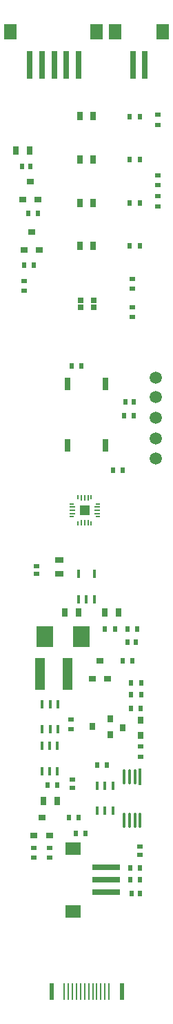
<source format=gtp>
%FSLAX25Y25*%
%MOIN*%
G70*
G01*
G75*
G04 Layer_Color=8421504*
%ADD10C,0.05906*%
%ADD11R,0.02362X0.02756*%
%ADD12R,0.02756X0.02362*%
%ADD13R,0.03150X0.03937*%
%ADD14R,0.03937X0.03150*%
%ADD15R,0.02559X0.02165*%
%ADD16R,0.02165X0.02559*%
%ADD17R,0.03543X0.03150*%
%ADD18R,0.03543X0.03150*%
%ADD19R,0.01575X0.03937*%
%ADD20O,0.01181X0.07874*%
%ADD21R,0.01181X0.07874*%
%ADD22R,0.02362X0.07874*%
%ADD23R,0.01063X0.07874*%
%ADD24R,0.05118X0.05118*%
%ADD25R,0.00787X0.02362*%
%ADD26R,0.00787X0.03150*%
%ADD27R,0.02362X0.00787*%
%ADD28R,0.03150X0.00787*%
%ADD29R,0.05118X0.15748*%
%ADD30R,0.06299X0.07480*%
%ADD31R,0.02756X0.13386*%
%ADD32R,0.02756X0.06102*%
%ADD33R,0.07874X0.10000*%
%ADD34R,0.07480X0.06299*%
%ADD35R,0.13386X0.02756*%
%ADD36R,0.03150X0.02559*%
%ADD37R,0.03150X0.03543*%
%ADD38R,0.03150X0.03543*%
%ADD39C,0.01575*%
%ADD40C,0.01000*%
%ADD41C,0.02362*%
%ADD42C,0.00787*%
%ADD43C,0.01181*%
%ADD44C,0.01969*%
%ADD45C,0.03150*%
%ADD46C,0.00500*%
%ADD47C,0.00591*%
%ADD48C,0.00394*%
%ADD49C,0.00600*%
%ADD50C,0.00197*%
%ADD51C,0.00709*%
%ADD52C,0.01200*%
D10*
X74810Y-204319D02*
D03*
Y-184520D02*
D03*
Y-214052D02*
D03*
Y-175140D02*
D03*
Y-194340D02*
D03*
D11*
X64320Y-193380D02*
D03*
X59595D02*
D03*
X61268Y-296460D02*
D03*
X65992D02*
D03*
X50358D02*
D03*
X55082D02*
D03*
X54298Y-219680D02*
D03*
X59022D02*
D03*
X38982Y-169340D02*
D03*
X34258D02*
D03*
X62348Y-48890D02*
D03*
X67072D02*
D03*
X62348Y-69699D02*
D03*
X67072D02*
D03*
X62348Y-90565D02*
D03*
X67072D02*
D03*
X62348Y-111431D02*
D03*
X67072D02*
D03*
X51362Y-362000D02*
D03*
X46638D02*
D03*
X62998Y-322550D02*
D03*
X67722D02*
D03*
X22548Y-371850D02*
D03*
X27272D02*
D03*
X67722Y-328220D02*
D03*
X62998D02*
D03*
X32968Y-387431D02*
D03*
X37692D02*
D03*
X41012Y-395201D02*
D03*
X36288D02*
D03*
X58908Y-311800D02*
D03*
X63632D02*
D03*
X67252Y-417360D02*
D03*
X62528D02*
D03*
X13228Y-95560D02*
D03*
X17952D02*
D03*
X15894Y-120672D02*
D03*
X11170D02*
D03*
X62588Y-411570D02*
D03*
X67312D02*
D03*
X67542Y-334760D02*
D03*
X62818D02*
D03*
D12*
X75900Y-48218D02*
D03*
Y-52942D02*
D03*
X63550Y-145792D02*
D03*
Y-141068D02*
D03*
Y-127488D02*
D03*
Y-132212D02*
D03*
X11170Y-132982D02*
D03*
Y-128258D02*
D03*
X15960Y-401958D02*
D03*
Y-406682D02*
D03*
X23470Y-401958D02*
D03*
Y-406682D02*
D03*
X75900Y-92272D02*
D03*
Y-87548D02*
D03*
Y-77258D02*
D03*
Y-81982D02*
D03*
X67580Y-353168D02*
D03*
Y-357892D02*
D03*
X34010Y-340098D02*
D03*
Y-344822D02*
D03*
D13*
X56967Y-288320D02*
D03*
X50274D02*
D03*
X27277Y-379230D02*
D03*
X20583D02*
D03*
X38137Y-111431D02*
D03*
X44436D02*
D03*
X38137Y-90565D02*
D03*
X44436D02*
D03*
X38137Y-69699D02*
D03*
X44436D02*
D03*
X38137Y-48833D02*
D03*
X44436D02*
D03*
X30863Y-288370D02*
D03*
X37556D02*
D03*
X7254Y-65310D02*
D03*
X13947D02*
D03*
D14*
X28150Y-263154D02*
D03*
Y-269847D02*
D03*
D15*
X34400Y-369044D02*
D03*
Y-372981D02*
D03*
X17330Y-265903D02*
D03*
Y-269840D02*
D03*
X67290Y-401473D02*
D03*
Y-405410D02*
D03*
D16*
X60283Y-186580D02*
D03*
X64220D02*
D03*
X65197Y-302680D02*
D03*
X61260D02*
D03*
X10133Y-73030D02*
D03*
X14070D02*
D03*
X67230Y-424130D02*
D03*
X63293D02*
D03*
D17*
X14252Y-80470D02*
D03*
X10512Y-89131D02*
D03*
X14910Y-104872D02*
D03*
X11170Y-113533D02*
D03*
X47964Y-311790D02*
D03*
X44224Y-320452D02*
D03*
X16000Y-396131D02*
D03*
X19740Y-387470D02*
D03*
D18*
X17992Y-89131D02*
D03*
X18650Y-113533D02*
D03*
X51704Y-320452D02*
D03*
X23480Y-396131D02*
D03*
D19*
X27480Y-332618D02*
D03*
X20000D02*
D03*
X23740D02*
D03*
Y-344823D02*
D03*
X20000D02*
D03*
X27480D02*
D03*
X54100Y-371938D02*
D03*
X46620D02*
D03*
X50360D02*
D03*
Y-384142D02*
D03*
X46620D02*
D03*
X54100D02*
D03*
X19800Y-364902D02*
D03*
X27280D02*
D03*
X23540D02*
D03*
Y-352698D02*
D03*
X27280D02*
D03*
X19800D02*
D03*
X37570Y-269828D02*
D03*
X45050D02*
D03*
X41310Y-282032D02*
D03*
X45050D02*
D03*
X37570D02*
D03*
D20*
X59663Y-388830D02*
D03*
X62222D02*
D03*
X64781D02*
D03*
X67340D02*
D03*
X59663Y-367570D02*
D03*
X62222D02*
D03*
X64781D02*
D03*
D21*
X67340D02*
D03*
D22*
X58438Y-471340D02*
D03*
X24422D02*
D03*
D23*
X52257D02*
D03*
X50288D02*
D03*
X48320D02*
D03*
X46351D02*
D03*
X44383D02*
D03*
X40446D02*
D03*
X38477D02*
D03*
X36509D02*
D03*
X34540D02*
D03*
X32572D02*
D03*
X30603D02*
D03*
X42414D02*
D03*
D24*
X40494Y-239053D02*
D03*
D25*
X43644Y-245352D02*
D03*
X37345D02*
D03*
Y-232754D02*
D03*
X43644D02*
D03*
D26*
X42069Y-244959D02*
D03*
X40494D02*
D03*
X38920D02*
D03*
Y-233148D02*
D03*
X40494D02*
D03*
X42069D02*
D03*
D27*
X34195Y-242203D02*
D03*
Y-235904D02*
D03*
X46794D02*
D03*
Y-242203D02*
D03*
D28*
X34589Y-240628D02*
D03*
Y-239053D02*
D03*
Y-237478D02*
D03*
X46400D02*
D03*
Y-239053D02*
D03*
Y-240628D02*
D03*
D29*
X18909Y-318063D02*
D03*
X32294D02*
D03*
D30*
X78067Y-8120D02*
D03*
X55272D02*
D03*
X46183Y-8049D02*
D03*
X4687D02*
D03*
D31*
X69642Y-24098D02*
D03*
X63736D02*
D03*
X13978Y-24027D02*
D03*
X19884D02*
D03*
X25789D02*
D03*
X31695D02*
D03*
X37600D02*
D03*
D32*
X50394Y-177953D02*
D03*
Y-207677D02*
D03*
X32283Y-177953D02*
D03*
Y-207677D02*
D03*
D33*
X38970Y-300100D02*
D03*
X21253D02*
D03*
D34*
X34958Y-432693D02*
D03*
Y-402260D02*
D03*
D35*
X50935Y-411551D02*
D03*
Y-417457D02*
D03*
Y-423362D02*
D03*
D36*
X44859Y-137733D02*
D03*
X38560D02*
D03*
X44859Y-141080D02*
D03*
X38560D02*
D03*
D37*
X67551Y-347800D02*
D03*
X58890Y-344060D02*
D03*
X52862Y-347280D02*
D03*
X44201Y-343540D02*
D03*
D38*
X67551Y-340320D02*
D03*
X52862Y-339800D02*
D03*
M02*

</source>
